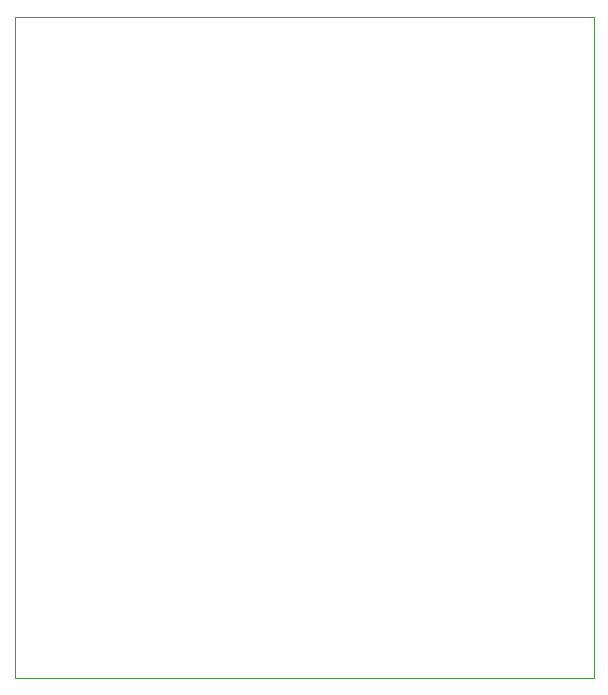
<source format=gm1>
%TF.GenerationSoftware,KiCad,Pcbnew,8.0.2*%
%TF.CreationDate,2024-10-02T19:35:02-04:00*%
%TF.ProjectId,FewawiPowerBoard,46657761-7769-4506-9f77-6572426f6172,rev?*%
%TF.SameCoordinates,Original*%
%TF.FileFunction,Profile,NP*%
%FSLAX46Y46*%
G04 Gerber Fmt 4.6, Leading zero omitted, Abs format (unit mm)*
G04 Created by KiCad (PCBNEW 8.0.2) date 2024-10-02 19:35:02*
%MOMM*%
%LPD*%
G01*
G04 APERTURE LIST*
%TA.AperFunction,Profile*%
%ADD10C,0.050000*%
%TD*%
G04 APERTURE END LIST*
D10*
X79500000Y-41750000D02*
X128500000Y-41750000D01*
X128500000Y-97750000D01*
X79500000Y-97750000D01*
X79500000Y-41750000D01*
M02*

</source>
